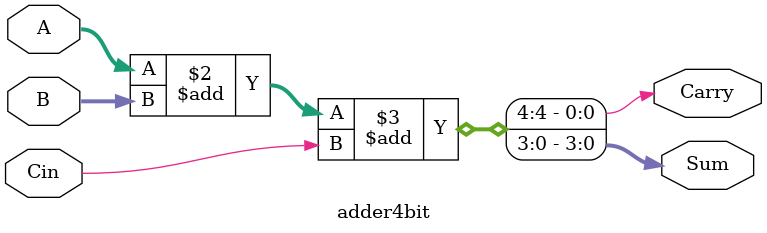
<source format=v>
module adder4bit(
    input [3:0] A,B,
    input Cin,
    output [3:0] Sum,
    output Carry);
   
 reg [3:0] Sum;
 reg Carry;


    always @(*) begin
        {Carry,Sum} = A + B + Cin;
    end

endmodule

</source>
